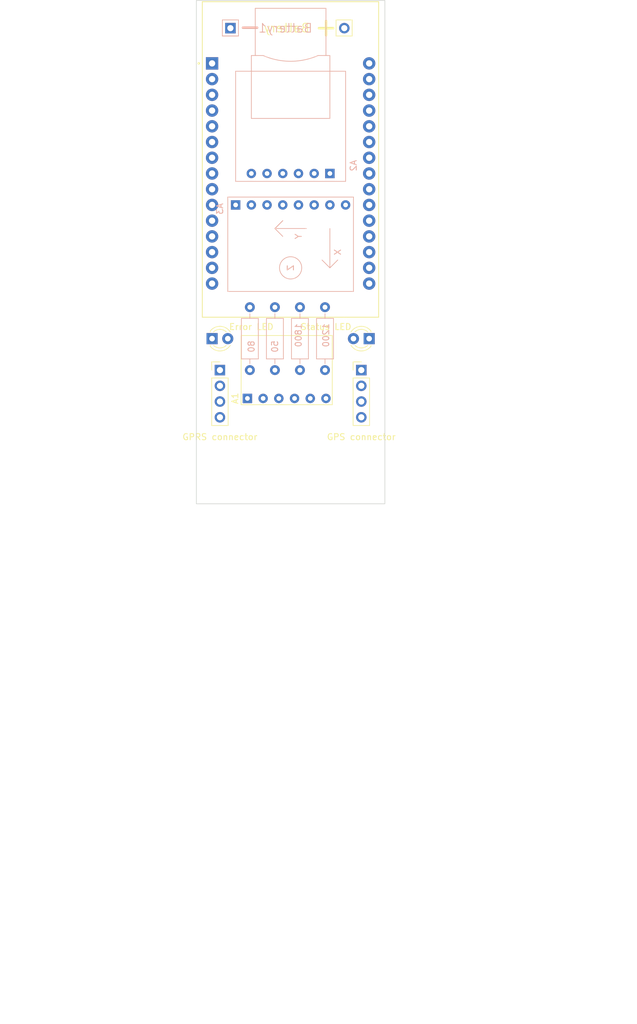
<source format=kicad_pcb>
(kicad_pcb (version 20221018) (generator pcbnew)
  (layers (0 "F.Cu" signal) (31 "B.Cu" signal) (34 "B.Paste" user) (35 "F.Paste" user) (36 "B.SilkS" user "B.Silkscreen") (37 "F.SilkS" user "F.Silkscreen") (38 "B.Mask" user) (39 "F.Mask" user) (44 "Edge.Cuts" user))
  (net 0 "")
  (net 1 "+3.3V")
  (net 2 "SPI_{CS}")
  (net 3 "MOSI")
  (net 4 "SPI_{CLK}")
  (net 5 "MISO")
  (net 6 "Batt_{gnd}")
  (net 7 "SCL")
  (net 8 "SDA")
  (net 16 "V_{batt}")
  (net 17 "Net-(D1-A)")
  (net 18 "Net-(D2-A)")
  (net 19 "Tx_{2}")
  (net 20 "Rx_{1}")
  (net 21 "LED_{status}")
  (net 22 "LED_{error}")
  (net 23 "BATT_{check}")
  (net 25 "Tx_{1}")
  (net 26 "Rx_{0}")
  (net 27 "Tx_{0}")
  (footprint "LED_THT:LED_D3.0mm" (layer "F.Cu") (at 78.74 80.01 180)
    (fp_text reference "D2" hide)
    (fp_text value "Status LED" (at 6.985 1.905) (layer "F.SilkS"))
    (fp_line (start -0.29 -1.236) (end -0.29 -1.08) (stroke (width 0.12)) (layer "F.SilkS"))
    (fp_line (start -0.29 1.08) (end -0.29 1.236) (stroke (width 0.12)) (layer "F.SilkS"))
    (fp_arc (start -0.29 -1.235516) (mid 1.366487 -1.987659) (end 2.942335 -1.078608) (stroke (width 0.12)) (layer "F.SilkS"))
    (fp_arc (start 0.229039 -1.08) (mid 1.270117 -1.5) (end 2.31113 -1.079837) (stroke (width 0.12)) (layer "F.SilkS"))
    (fp_arc (start 2.31113 1.079837) (mid 1.270117 1.5) (end 0.229039 1.08) (stroke (width 0.12)) (layer "F.SilkS"))
    (fp_arc (start 2.942335 1.078608) (mid 1.366487 1.987659) (end -0.29 1.235516) (stroke (width 0.12)) (layer "F.SilkS"))
    (pad "1" thru_hole rect (at 0 0 180) (size 1.8 1.8) (drill 0.9) (layers "*.Cu" "*.Mask") (net 6 "Batt_{gnd}"))
    (pad "2" thru_hole circle (at 2.54 0 180) (size 1.8 1.8) (drill 0.9) (layers "*.Cu" "*.Mask") (net 18 "Net-(D2-A)"))
  )
  (footprint "Modules:BMP280_Module" (layer "F.Cu") (at 59.055 89.662 90)
    (fp_text reference "A1" (at 0 -2 90) (layer "F.SilkS"))
    (fp_text value "BMP280_Module")
    (fp_line (start -1.016 -1.016) (end 10.16 -1.016) (stroke (width 0.12)) (layer "F.SilkS"))
    (fp_line (start -1.016 13.716) (end -1.016 -1.016) (stroke (width 0.12)) (layer "F.SilkS"))
    (fp_line (start 10.16 -1.016) (end 10.16 13.716) (stroke (width 0.12)) (layer "F.SilkS"))
    (fp_line (start 10.16 13.716) (end -1.016 13.716) (stroke (width 0.12)) (layer "F.SilkS"))
    (pad "1" thru_hole rect (at 0 0 90) (size 1.524 1.524) (drill 0.762) (layers "*.Cu" "*.Mask") (net 1 "+3.3V"))
    (pad "2" thru_hole circle (at 0 2.54 90) (size 1.524 1.524) (drill 0.762) (layers "*.Cu" "*.Mask") (net 6 "Batt_{gnd}"))
    (pad "3" thru_hole circle (at 0 5.08 90) (size 1.524 1.524) (drill 0.762) (layers "*.Cu" "*.Mask") (net 7 "SCL"))
    (pad "4" thru_hole circle (at 0 7.62 90) (size 1.524 1.524) (drill 0.762) (layers "*.Cu" "*.Mask") (net 8 "SDA"))
    (pad "5" thru_hole circle (at 0 10.16 90) (size 1.524 1.524) (drill 0.762) (layers "*.Cu" "*.Mask"))
    (pad "6" thru_hole circle (at 0 12.7 90) (size 1.524 1.524) (drill 0.762) (layers "*.Cu" "*.Mask"))
  )
  (footprint "Connector_PinHeader_2.54mm:PinHeader_1x04_P2.54mm_Vertical" (layer "F.Cu") (at 77.47 85.09)
    (fp_text reference "J1" hide)
    (fp_text value "GPS connector" (at 0 10.795) (layer "F.SilkS"))
    (fp_line (start -1.33 -1.33) (end 0 -1.33) (stroke (width 0.12)) (layer "F.SilkS"))
    (fp_line (start -1.33 0) (end -1.33 -1.33) (stroke (width 0.12)) (layer "F.SilkS"))
    (fp_line (start -1.33 1.27) (end -1.33 8.95) (stroke (width 0.12)) (layer "F.SilkS"))
    (fp_line (start -1.33 1.27) (end 1.33 1.27) (stroke (width 0.12)) (layer "F.SilkS"))
    (fp_line (start -1.33 8.95) (end 1.33 8.95) (stroke (width 0.12)) (layer "F.SilkS"))
    (fp_line (start 1.33 1.27) (end 1.33 8.95) (stroke (width 0.12)) (layer "F.SilkS"))
    (pad "1" thru_hole rect (at 0 0) (size 1.7 1.7) (drill 1) (layers "*.Cu" "*.Mask") (net 1 "+3.3V"))
    (pad "2" thru_hole oval (at 0 2.54) (size 1.7 1.7) (drill 1) (layers "*.Cu" "*.Mask") (net 6 "Batt_{gnd}"))
    (pad "3" thru_hole oval (at 0 5.08) (size 1.7 1.7) (drill 1) (layers "*.Cu" "*.Mask") (net 19 "Tx_{2}"))
    (pad "4" thru_hole oval (at 0 7.62) (size 1.7 1.7) (drill 1) (layers "*.Cu" "*.Mask") (net 20 "Rx_{1}"))
  )
  (footprint "Esp:MODULE_ESP32_DEVKIT_V1" (layer "F.Cu") (at 66.04 51.075)
    (fp_text reference "U1" hide)
    (fp_text value "ESP32-DEVKIT-V1")
    (fp_line (start -14.28 -25.475) (end -3.211 -25.475) (stroke (width 0.127)) (layer "F.SilkS"))
    (fp_line (start -14.28 -25.475) (end 14.23 -25.475) (stroke (width 0.127)) (layer "F.SilkS"))
    (fp_line (start -14.28 25.475) (end -14.28 -25.475) (stroke (width 0.127)) (layer "F.SilkS"))
    (fp_line (start -14.28 25.475) (end -14.28 -25.475) (stroke (width 0.127)) (layer "F.SilkS"))
    (fp_line (start -14.28 25.475) (end -8.91 25.475) (stroke (width 0.127)) (layer "F.SilkS"))
    (fp_line (start -8.91 25.475) (end 8.78 25.475) (stroke (width 0.127)) (layer "F.SilkS"))
    (fp_line (start -3.211 -25.475) (end 3.5 -25.475) (stroke (width 0.127)) (layer "F.SilkS"))
    (fp_line (start 3.5 -25.475) (end 14.23 -25.475) (stroke (width 0.127)) (layer "F.SilkS"))
    (fp_line (start 8.78 25.475) (end 14.23 25.475) (stroke (width 0.127)) (layer "F.SilkS"))
    (fp_line (start 14.23 -25.475) (end 14.23 25.475) (stroke (width 0.127)) (layer "F.SilkS"))
    (fp_line (start 14.23 -25.475) (end 14.23 25.475) (stroke (width 0.127)) (layer "F.SilkS"))
    (fp_line (start 14.23 25.475) (end -14.28 25.475) (stroke (width 0.127)) (layer "F.SilkS"))
    (fp_circle (center -14.85 -15.515) (end -14.75 -15.515) (stroke (width 0.2)) (fill none) (layer "F.SilkS"))
    (pad "1" thru_hole rect (at -12.7 -15.515) (size 2 2) (drill 1.02) (layers "*.Cu" "*.Mask") (net 1 "+3.3V"))
    (pad "2" thru_hole circle (at -12.7 -12.975) (size 2 2) (drill 1.02) (layers "*.Cu" "*.Mask") (net 6 "Batt_{gnd}"))
    (pad "3" thru_hole circle (at -12.7 -10.435) (size 2 2) (drill 1.02) (layers "*.Cu" "*.Mask"))
    (pad "4" thru_hole circle (at -12.7 -7.895) (size 2 2) (drill 1.02) (layers "*.Cu" "*.Mask") (net 25 "Tx_{1}"))
    (pad "5" thru_hole circle (at -12.7 -5.355) (size 2 2) (drill 1.02) (layers "*.Cu" "*.Mask") (net 20 "Rx_{1}"))
    (pad "6" thru_hole circle (at -12.7 -2.815) (size 2 2) (drill 1.02) (layers "*.Cu" "*.Mask") (net 20 "Rx_{1}"))
    (pad "7" thru_hole circle (at -12.7 -0.275) (size 2 2) (drill 1.02) (layers "*.Cu" "*.Mask") (net 19 "Tx_{2}"))
    (pad "8" thru_hole circle (at -12.7 2.265) (size 2 2) (drill 1.02) (layers "*.Cu" "*.Mask") (net 2 "SPI_{CS}"))
    (pad "9" thru_hole circle (at -12.7 4.805) (size 2 2) (drill 1.02) (layers "*.Cu" "*.Mask") (net 4 "SPI_{CLK}"))
    (pad "10" thru_hole circle (at -12.7 7.345) (size 2 2) (drill 1.02) (layers "*.Cu" "*.Mask") (net 5 "MISO"))
    (pad "11" thru_hole circle (at -12.7 9.885) (size 2 2) (drill 1.02) (layers "*.Cu" "*.Mask") (net 8 "SDA"))
    (pad "12" thru_hole circle (at -12.7 12.425) (size 2 2) (drill 1.02) (layers "*.Cu" "*.Mask") (net 26 "Rx_{0}"))
    (pad "13" thru_hole circle (at -12.7 14.965) (size 2 2) (drill 1.02) (layers "*.Cu" "*.Mask") (net 27 "Tx_{0}"))
    (pad "14" thru_hole circle (at -12.7 17.505) (size 2 2) (drill 1.02) (layers "*.Cu" "*.Mask") (net 7 "SCL"))
    (pad "15" thru_hole circle (at -12.7 20.045) (size 2 2) (drill 1.02) (layers "*.Cu" "*.Mask") (net 3 "MOSI"))
    (pad "16" thru_hole circle (at 12.7 20.045) (size 2 2) (drill 1.02) (layers "*.Cu" "*.Mask"))
    (pad "17" thru_hole circle (at 12.7 17.505) (size 2 2) (drill 1.02) (layers "*.Cu" "*.Mask"))
    (pad "18" thru_hole circle (at 12.7 14.965) (size 2 2) (drill 1.02) (layers "*.Cu" "*.Mask"))
    (pad "19" thru_hole circle (at 12.7 12.425) (size 2 2) (drill 1.02) (layers "*.Cu" "*.Mask"))
    (pad "20" thru_hole circle (at 12.7 9.885) (size 2 2) (drill 1.02) (layers "*.Cu" "*.Mask"))
    (pad "21" thru_hole circle (at 12.7 7.345) (size 2 2) (drill 1.02) (layers "*.Cu" "*.Mask"))
    (pad "22" thru_hole circle (at 12.7 4.805) (size 2 2) (drill 1.02) (layers "*.Cu" "*.Mask"))
    (pad "23" thru_hole circle (at 12.7 2.265) (size 2 2) (drill 1.02) (layers "*.Cu" "*.Mask") (net 21 "LED_{status}"))
    (pad "24" thru_hole circle (at 12.7 -0.275) (size 2 2) (drill 1.02) (layers "*.Cu" "*.Mask") (net 22 "LED_{error}"))
    (pad "25" thru_hole circle (at 12.7 -2.815) (size 2 2) (drill 1.02) (layers "*.Cu" "*.Mask") (net 23 "BATT_{check}"))
    (pad "26" thru_hole circle (at 12.7 -5.355) (size 2 2) (drill 1.02) (layers "*.Cu" "*.Mask"))
    (pad "27" thru_hole circle (at 12.7 -7.895) (size 2 2) (drill 1.02) (layers "*.Cu" "*.Mask"))
    (pad "28" thru_hole circle (at 12.7 -10.435) (size 2 2) (drill 1.02) (layers "*.Cu" "*.Mask"))
    (pad "29" thru_hole circle (at 12.7 -12.975) (size 2 2) (drill 1.02) (layers "*.Cu" "*.Mask") (net 6 "Batt_{gnd}"))
    (pad "30" thru_hole circle (at 12.7 -15.515) (size 2 2) (drill 1.02) (layers "*.Cu" "*.Mask") (net 16 "V_{batt}"))
  )
  (footprint "Connector_PinHeader_2.54mm:PinHeader_1x04_P2.54mm_Vertical" (layer "F.Cu") (at 54.61 85.09)
    (fp_text reference "J2" hide)
    (fp_text value "GPRS connector" (at 0 10.795) (layer "F.SilkS"))
    (fp_line (start -1.33 -1.33) (end 0 -1.33) (stroke (width 0.12)) (layer "F.SilkS"))
    (fp_line (start -1.33 0) (end -1.33 -1.33) (stroke (width 0.12)) (layer "F.SilkS"))
    (fp_line (start -1.33 1.27) (end -1.33 8.95) (stroke (width 0.12)) (layer "F.SilkS"))
    (fp_line (start -1.33 1.27) (end 1.33 1.27) (stroke (width 0.12)) (layer "F.SilkS"))
    (fp_line (start -1.33 8.95) (end 1.33 8.95) (stroke (width 0.12)) (layer "F.SilkS"))
    (fp_line (start 1.33 1.27) (end 1.33 8.95) (stroke (width 0.12)) (layer "F.SilkS"))
    (pad "1" thru_hole rect (at 0 0) (size 1.7 1.7) (drill 1) (layers "*.Cu" "*.Mask") (net 1 "+3.3V"))
    (pad "2" thru_hole oval (at 0 2.54) (size 1.7 1.7) (drill 1) (layers "*.Cu" "*.Mask") (net 6 "Batt_{gnd}"))
    (pad "3" thru_hole oval (at 0 5.08) (size 1.7 1.7) (drill 1) (layers "*.Cu" "*.Mask") (net 19 "Tx_{2}"))
    (pad "4" thru_hole oval (at 0 7.62) (size 1.7 1.7) (drill 1) (layers "*.Cu" "*.Mask") (net 20 "Rx_{1}"))
  )
  (footprint "LED_THT:LED_D3.0mm" (layer "F.Cu") (at 53.34 80.01)
    (fp_text reference "D1" hide)
    (fp_text value "Error LED" (at 6.35 -1.905) (layer "F.SilkS"))
    (fp_line (start -0.29 -1.236) (end -0.29 -1.08) (stroke (width 0.12)) (layer "F.SilkS"))
    (fp_line (start -0.29 1.08) (end -0.29 1.236) (stroke (width 0.12)) (layer "F.SilkS"))
    (fp_arc (start -0.29 -1.235516) (mid 1.366487 -1.987659) (end 2.942335 -1.078608) (stroke (width 0.12)) (layer "F.SilkS"))
    (fp_arc (start 0.229039 -1.08) (mid 1.270117 -1.5) (end 2.31113 -1.079837) (stroke (width 0.12)) (layer "F.SilkS"))
    (fp_arc (start 2.31113 1.079837) (mid 1.270117 1.5) (end 0.229039 1.08) (stroke (width 0.12)) (layer "F.SilkS"))
    (fp_arc (start 2.942335 1.078608) (mid 1.366487 1.987659) (end -0.29 1.235516) (stroke (width 0.12)) (layer "F.SilkS"))
    (pad "1" thru_hole rect (at 0 0) (size 1.8 1.8) (drill 0.9) (layers "*.Cu" "*.Mask") (net 6 "Batt_{gnd}"))
    (pad "2" thru_hole circle (at 2.54 0) (size 1.8 1.8) (drill 0.9) (layers "*.Cu" "*.Mask") (net 17 "Net-(D1-A)"))
  )
  (footprint "Resistor_THT:R_Axial_DIN0207_L6.3mm_D2.5mm_P10.16mm_Horizontal" (layer "B.Cu") (at 59.45 85.09 90)
    (fp_text reference "R1" hide)
    (fp_text value "80" (at 3.81 0.24 90) (layer "B.SilkS") (effects (justify mirror)))
    (fp_line (start 1.04 0) (end 1.81 0) (stroke (width 0.12)) (layer "B.SilkS"))
    (fp_line (start 1.81 -1.37) (end 8.35 -1.37) (stroke (width 0.12)) (layer "B.SilkS"))
    (fp_line (start 1.81 1.37) (end 1.81 -1.37) (stroke (width 0.12)) (layer "B.SilkS"))
    (fp_line (start 8.35 -1.37) (end 8.35 1.37) (stroke (width 0.12)) (layer "B.SilkS"))
    (fp_line (start 8.35 1.37) (end 1.81 1.37) (stroke (width 0.12)) (layer "B.SilkS"))
    (fp_line (start 9.12 0) (end 8.35 0) (stroke (width 0.12)) (layer "B.SilkS"))
    (pad "1" thru_hole circle (at 0 0 90) (size 1.6 1.6) (drill 0.8) (layers "*.Cu" "*.Mask") (net 17 "Net-(D1-A)"))
    (pad "2" thru_hole oval (at 10.16 0 90) (size 1.6 1.6) (drill 0.8) (layers "*.Cu" "*.Mask") (net 21 "LED_{status}"))
  )
  (footprint "Modules:MPU6050_Module" (layer "B.Cu") (at 57.15 58.42 -90)
    (fp_text reference "A3" (at 0.635 2.54 90) (layer "B.SilkS") (effects (justify mirror)))
    (fp_text value "MPU6050")
    (fp_text user "X" (at 7.62 -16.51 90) (layer "B.SilkS") (effects (justify mirror)))
    (fp_text user "Z" (at 10.16 -8.89 90) (layer "B.SilkS") (effects (justify mirror)))
    (fp_text user "Y" (at 5.08 -10.16 90) (layer "B.SilkS") (effects (justify mirror)))
    (fp_line (start -1.27 -19.05) (end -1.27 1.27) (stroke (width 0.12)) (layer "B.SilkS"))
    (fp_line (start -1.27 1.27) (end 13.97 1.27) (stroke (width 0.12)) (layer "B.SilkS"))
    (fp_line (start 2.54 -7.62) (end 3.81 -6.35) (stroke (width 0.12)) (layer "B.SilkS"))
    (fp_line (start 3.81 -15.24) (end 10.16 -15.24) (stroke (width 0.12)) (layer "B.SilkS"))
    (fp_line (start 3.81 -11.43) (end 3.81 -6.35) (stroke (width 0.12)) (layer "B.SilkS"))
    (fp_line (start 3.81 -6.35) (end 2.54 -7.62) (stroke (width 0.12)) (layer "B.SilkS"))
    (fp_line (start 3.81 -6.35) (end 5.08 -7.62) (stroke (width 0.12)) (layer "B.SilkS"))
    (fp_line (start 10.16 -15.24) (end 8.89 -16.51) (stroke (width 0.12)) (layer "B.SilkS"))
    (fp_line (start 10.16 -15.24) (end 8.89 -13.97) (stroke (width 0.12)) (layer "B.SilkS"))
    (fp_line (start 13.97 -19.05) (end -1.27 -19.05) (stroke (width 0.12)) (layer "B.SilkS"))
    (fp_line (start 13.97 1.27) (end 13.97 -19.05) (stroke (width 0.12)) (layer "B.SilkS"))
    (fp_circle (center 10.16 -8.89) (end 8.89 -7.62) (stroke (width 0.12)) (fill none) (layer "B.SilkS"))
    (pad "1" thru_hole rect (at 0 0 270) (size 1.524 1.524) (drill 0.762) (layers "*.Cu" "*.Mask"))
    (pad "2" thru_hole circle (at 0 -2.54 270) (size 1.524 1.524) (drill 0.762) (layers "*.Cu" "*.Mask") (net 6 "Batt_{gnd}"))
    (pad "3" thru_hole circle (at 0 -5.08 270) (size 1.524 1.524) (drill 0.762) (layers "*.Cu" "*.Mask") (net 7 "SCL"))
    (pad "4" thru_hole circle (at 0 -7.62 270) (size 1.524 1.524) (drill 0.762) (layers "*.Cu" "*.Mask") (net 8 "SDA"))
    (pad "5" thru_hole circle (at 0 -10.16 270) (size 1.524 1.524) (drill 0.762) (layers "*.Cu" "*.Mask"))
    (pad "6" thru_hole circle (at 0 -12.7 270) (size 1.524 1.524) (drill 0.762) (layers "*.Cu" "*.Mask"))
    (pad "7" thru_hole circle (at 0 -15.24 270) (size 1.524 1.524) (drill 0.762) (layers "*.Cu" "*.Mask"))
    (pad "8" thru_hole circle (at 0 -17.78 270) (size 1.524 1.524) (drill 0.762) (layers "*.Cu" "*.Mask"))
  )
  (footprint "Connector_PinSocket_2.54mm:PinSocket_1x02_P2.54mm_Vertical" (layer "B.Cu") (at 56.305 29.87 -90)
    (fp_text reference "Battery1" (at 0 -8.89 180) (layer "B.SilkS") (effects (font (size 1.4 1.4)) (justify mirror)))
    (fp_text value "Battery_Cell" hide)
    (fp_text user "-" (at 1.905 -3.175 -180 unlocked) (layer "B.SilkS") (effects (font (size 3 3) (thickness 0.4)) (justify top)))
    (fp_text user "+" (at 0 -15.24 90 unlocked) (layer "F.SilkS") (effects (font (size 3 3) (thickness 0.4))))
    (fp_line (start -1.33 -1.3) (end 1.27 -1.3) (stroke (width 0.12)) (layer "B.SilkS"))
    (fp_line (start -1.33 1.3) (end -1.33 -1.3) (stroke (width 0.12)) (layer "B.SilkS"))
    (fp_line (start 1.27 -1.3) (end 1.27 1.3) (stroke (width 0.12)) (layer "B.SilkS"))
    (fp_line (start 1.27 1.3) (end -1.33 1.3) (stroke (width 0.12)) (layer "B.SilkS"))
    (fp_line (start 1.27 1.3) (end 1.27 -1.3) (stroke (width 0.12)) (layer "B.SilkS"))
    (fp_line (start -1.33 -17.085) (end -1.33 -19.685) (stroke (width 0.12)) (layer "F.SilkS"))
    (fp_line (start -1.33 -17.085) (end 1.27 -17.085) (stroke (width 0.12)) (layer "F.SilkS"))
    (fp_line (start 1.27 -19.685) (end -1.33 -19.685) (stroke (width 0.12)) (layer "F.SilkS"))
    (fp_line (start 1.27 -17.085) (end 1.27 -19.685) (stroke (width 0.12)) (layer "F.SilkS"))
    (pad "1" thru_hole rect (at 0 0 270) (size 1.7 1.7) (drill 1) (layers "*.Cu" "*.Mask") (net 16 "V_{batt}"))
    (pad "2" thru_hole oval (at 0 -18.415 270) (size 1.7 1.7) (drill 1) (layers "*.Cu" "*.Mask") (net 6 "Batt_{gnd}"))
  )
  (footprint "Resistor_THT:R_Axial_DIN0207_L6.3mm_D2.5mm_P10.16mm_Horizontal" (layer "B.Cu") (at 63.5 85.09 90)
    (fp_text reference "R2" hide)
    (fp_text value "50" (at 3.81 0 90) (layer "B.SilkS") (effects (justify mirror)))
    (fp_line (start 1.04 0) (end 1.81 0) (stroke (width 0.12)) (layer "B.SilkS"))
    (fp_line (start 1.81 -1.37) (end 8.35 -1.37) (stroke (width 0.12)) (layer "B.SilkS"))
    (fp_line (start 1.81 1.37) (end 1.81 -1.37) (stroke (width 0.12)) (layer "B.SilkS"))
    (fp_line (start 8.35 -1.37) (end 8.35 1.37) (stroke (width 0.12)) (layer "B.SilkS"))
    (fp_line (start 8.35 1.37) (end 1.81 1.37) (stroke (width 0.12)) (layer "B.SilkS"))
    (fp_line (start 9.12 0) (end 8.35 0) (stroke (width 0.12)) (layer "B.SilkS"))
    (pad "1" thru_hole circle (at 0 0 90) (size 1.6 1.6) (drill 0.8) (layers "*.Cu" "*.Mask") (net 18 "Net-(D2-A)"))
    (pad "2" thru_hole oval (at 10.16 0 90) (size 1.6 1.6) (drill 0.8) (layers "*.Cu" "*.Mask") (net 22 "LED_{error}"))
  )
  (footprint "Modules:SD_Card_Module" (layer "B.Cu") (at 72.39 53.34 90)
    (fp_text reference "A2" (at 1.27 3.81 90) (layer "B.SilkS") (effects (justify mirror)))
    (fp_text value "SD_Card_Module")
    (fp_line (start -1.27 -15.24) (end -1.27 2.54) (stroke (width 0.12)) (layer "B.SilkS"))
    (fp_line (start -1.27 2.54) (end 16.51 2.54) (stroke (width 0.12)) (layer "B.SilkS"))
    (fp_line (start 8.89 -12.7) (end 19.05 -12.7) (stroke (width 0.12)) (layer "B.SilkS"))
    (fp_line (start 8.89 0) (end 8.89 -12.7) (stroke (width 0.12)) (layer "B.SilkS"))
    (fp_line (start 8.89 0) (end 19.05 0) (stroke (width 0.12)) (layer "B.SilkS"))
    (fp_line (start 16.51 -15.24) (end -1.27 -15.24) (stroke (width 0.12)) (layer "B.SilkS"))
    (fp_line (start 16.51 2.54) (end 16.51 -15.24) (stroke (width 0.12)) (layer "B.SilkS"))
    (fp_line (start 19.05 -12.7) (end 19.05 -10.795) (stroke (width 0.12)) (layer "B.SilkS"))
    (fp_line (start 19.05 -0.635) (end 26.67 -0.635) (stroke (width 0.12)) (layer "B.SilkS"))
    (fp_line (start 19.05 0) (end 19.05 -1.905) (stroke (width 0.12)) (layer "B.SilkS"))
    (fp_line (start 26.67 -12.065) (end 19.05 -12.065) (stroke (width 0.12)) (layer "B.SilkS"))
    (fp_line (start 26.67 -0.635) (end 26.67 -12.065) (stroke (width 0.12)) (layer "B.SilkS"))
    (fp_arc (start 19.05 -1.905) (mid 18.120202 -6.35) (end 19.05 -10.794999) (stroke (width 0.12)) (layer "B.SilkS"))
    (pad "1" thru_hole rect (at 0 0 90) (size 1.524 1.524) (drill 0.762) (layers "*.Cu" "*.Mask") (net 1 "+3.3V"))
    (pad "2" thru_hole circle (at 0 -2.54 90) (size 1.524 1.524) (drill 0.762) (layers "*.Cu" "*.Mask") (net 2 "SPI_{CS}"))
    (pad "3" thru_hole circle (at 0 -5.08 90) (size 1.524 1.524) (drill 0.762) (layers "*.Cu" "*.Mask") (net 3 "MOSI"))
    (pad "4" thru_hole circle (at 0 -7.62 90) (size 1.524 1.524) (drill 0.762) (layers "*.Cu" "*.Mask") (net 4 "SPI_{CLK}"))
    (pad "5" thru_hole circle (at 0 -10.16 90) (size 1.524 1.524) (drill 0.762) (layers "*.Cu" "*.Mask") (net 5 "MISO"))
    (pad "6" thru_hole circle (at 0 -12.7 90) (size 1.524 1.524) (drill 0.762) (layers "*.Cu" "*.Mask") (net 6 "Batt_{gnd}"))
  )
  (footprint "Resistor_THT:R_Axial_DIN0207_L6.3mm_D2.5mm_P10.16mm_Horizontal" (layer "B.Cu") (at 67.55 85.09 90)
    (fp_text reference "R3" hide)
    (fp_text value "1800" (at 7.62 -0.24 90) (layer "B.SilkS") (effects (justify left mirror)))
    (fp_line (start 1.04 0) (end 1.81 0) (stroke (width 0.12)) (layer "B.SilkS"))
    (fp_line (start 1.81 -1.37) (end 8.35 -1.37) (stroke (width 0.12)) (layer "B.SilkS"))
    (fp_line (start 1.81 1.37) (end 1.81 -1.37) (stroke (width 0.12)) (layer "B.SilkS"))
    (fp_line (start 8.35 -1.37) (end 8.35 1.37) (stroke (width 0.12)) (layer "B.SilkS"))
    (fp_line (start 8.35 1.37) (end 1.81 1.37) (stroke (width 0.12)) (layer "B.SilkS"))
    (fp_line (start 9.12 0) (end 8.35 0) (stroke (width 0.12)) (layer "B.SilkS"))
    (pad "1" thru_hole circle (at 0 0 90) (size 1.6 1.6) (drill 0.8) (layers "*.Cu" "*.Mask") (net 16 "V_{batt}"))
    (pad "2" thru_hole oval (at 10.16 0 90) (size 1.6 1.6) (drill 0.8) (layers "*.Cu" "*.Mask") (net 23 "BATT_{check}"))
  )
  (footprint "Resistor_THT:R_Axial_DIN0207_L6.3mm_D2.5mm_P10.16mm_Horizontal" (layer "B.Cu") (at 71.6 85.09 90)
    (fp_text reference "R4" hide)
    (fp_text value "1200" (at 7.62 0.155 90) (layer "B.SilkS") (effects (justify left mirror)))
    (fp_line (start 1.04 0) (end 1.81 0) (stroke (width 0.12)) (layer "B.SilkS"))
    (fp_line (start 1.81 -1.37) (end 8.35 -1.37) (stroke (width 0.12)) (layer "B.SilkS"))
    (fp_line (start 1.81 1.37) (end 1.81 -1.37) (stroke (width 0.12)) (layer "B.SilkS"))
    (fp_line (start 8.35 -1.37) (end 8.35 1.37) (stroke (width 0.12)) (layer "B.SilkS"))
    (fp_line (start 8.35 1.37) (end 1.81 1.37) (stroke (width 0.12)) (layer "B.SilkS"))
    (fp_line (start 9.12 0) (end 8.35 0) (stroke (width 0.12)) (layer "B.SilkS"))
    (pad "1" thru_hole circle (at 0 0 90) (size 1.6 1.6) (drill 0.8) (layers "*.Cu" "*.Mask") (net 6 "Batt_{gnd}"))
    (pad "2" thru_hole oval (at 10.16 0 90) (size 1.6 1.6) (drill 0.8) (layers "*.Cu" "*.Mask") (net 23 "BATT_{check}"))
  )
  (gr_rect (start 50.8 25.4) (end 81.28 106.68) (stroke (width 0.1)) (fill none) (layer "Edge.Cuts"))
  (gr_text "Battery" (at 65.405 29.845) (layer "F.SilkS") (effects (font (size 1.4 1.4)) (justify mirror)))
)
</source>
